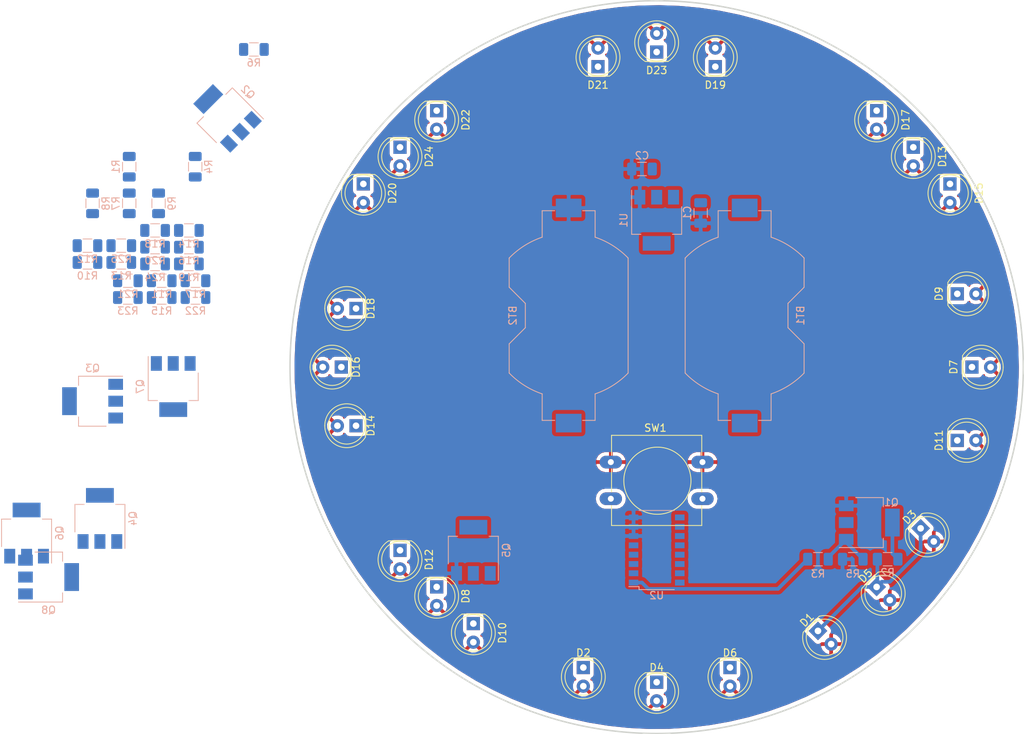
<source format=kicad_pcb>
(kicad_pcb (version 20171130) (host pcbnew "(5.0.2)-1")
  (layers (0 F.Cu signal) (31 B.Cu signal) (34 B.Paste user) (35 F.Paste user) (36 B.SilkS user) (37 F.SilkS user) (38 B.Mask user) (39 F.Mask user) (44 Edge.Cuts user))
  (net 0 "")
  (net 1 "Net-(D14-Pad1)")
  (net 2 GND)
  (net 3 "Net-(D1-Pad1)")
  (net 4 "Net-(D2-Pad1)")
  (net 5 "Net-(D13-Pad1)")
  (net 6 "Net-(D11-Pad1)")
  (net 7 "Net-(D10-Pad1)")
  (net 8 VCC)
  (net 9 "Net-(D20-Pad1)")
  (net 10 "Net-(D19-Pad1)")
  (net 11 "Net-(BT1-Pad1)")
  (net 12 "Net-(BT1-Pad2)")
  (net 13 "Net-(Q4-Pad2)")
  (net 14 "Net-(Q3-Pad2)")
  (net 15 "Net-(Q1-Pad2)")
  (net 16 "Net-(Q2-Pad2)")
  (net 17 "Net-(Q8-Pad2)")
  (net 18 "Net-(Q6-Pad2)")
  (net 19 "Net-(Q7-Pad2)")
  (net 20 "Net-(Q5-Pad2)")
  (net 21 "Net-(Q4-Pad1)")
  (net 22 "Net-(Q3-Pad1)")
  (net 23 "Net-(Q2-Pad1)")
  (net 24 "Net-(Q1-Pad1)")
  (net 25 "Net-(Q8-Pad1)")
  (net 26 "Net-(Q6-Pad1)")
  (net 27 "Net-(Q7-Pad1)")
  (net 28 "Net-(Q5-Pad1)")
  (net 29 "Net-(R14-Pad2)")
  (net 30 "Net-(R1-Pad1)")
  (net 31 "Net-(R3-Pad2)")
  (net 32 "Net-(R4-Pad2)")
  (net 33 "Net-(R8-Pad2)")
  (net 34 "Net-(R9-Pad2)")
  (net 35 "Net-(R15-Pad2)")
  (net 36 "Net-(R20-Pad2)")
  (net 37 "Net-(R21-Pad2)")
  (net 38 "Net-(U2-Pad3)")
  (net 39 "Net-(U2-Pad9)")
  (net 40 "Net-(U2-Pad10)")
  (net 41 "Net-(U2-Pad11)")
  (module Battery:BatteryHolder_Keystone_1058_1x2032 (layer B.Cu) (at 152 93 270)
    (fp_text reference BT1 (at 0 -7.62 270) (layer B.SilkS) (effects (justify mirror)))
    (fp_text value Battery_Cell)
    (pad 2 smd rect (at 14.68 0 270) (size 2.54 3.51) (layers B.Cu B.Paste B.Mask) (net 12 "Net-(BT1-Pad2)"))
    (pad 1 smd rect (at -14.68 0 270) (size 2.54 3.51) (layers B.Cu B.Paste B.Mask) (net 11 "Net-(BT1-Pad1)"))
  )
  (module Battery:BatteryHolder_Keystone_1058_1x2032 (layer B.Cu) (at 128 93 90)
    (fp_text reference BT2 (at 0 -7.62 90) (layer B.SilkS) (effects (justify mirror)))
    (fp_text value Battery_Cell)
    (pad 1 smd rect (at -14.68 0 90) (size 2.54 3.51) (layers B.Cu B.Paste B.Mask) (net 12 "Net-(BT1-Pad2)"))
    (pad 2 smd rect (at 14.68 0 90) (size 2.54 3.51) (layers B.Cu B.Paste B.Mask) (net 2 GND))
  )
  (module Capacitor_SMD:C_1206_3216Metric (layer B.Cu) (at 146 79 270)
    (fp_text reference C1 (at 0 1.82 270) (layer B.SilkS) (effects (justify mirror)))
    (fp_text value 10u)
    (pad 2 smd roundrect (at 1.4 0 270) (size 1.25 1.75) (layers B.Cu B.Paste B.Mask) (roundrect_rratio 0.2) (net 2 GND))
    (pad 1 smd roundrect (at -1.4 0 270) (size 1.25 1.75) (layers B.Cu B.Paste B.Mask) (roundrect_rratio 0.2) (net 11 "Net-(BT1-Pad1)"))
  )
  (module Capacitor_SMD:C_1206_3216Metric (layer B.Cu) (at 138 73 180)
    (fp_text reference C2 (at 0 1.82 180) (layer B.SilkS) (effects (justify mirror)))
    (fp_text value 10u)
    (pad 1 smd roundrect (at -1.4 0 180) (size 1.25 1.75) (layers B.Cu B.Paste B.Mask) (roundrect_rratio 0.2) (net 8 VCC))
    (pad 2 smd roundrect (at 1.4 0 180) (size 1.25 1.75) (layers B.Cu B.Paste B.Mask) (roundrect_rratio 0.2) (net 2 GND))
  )
  (module Package_SO:SOP-16_4.4x10.4mm_P1.27mm (layer B.Cu) (at 140 125)
    (fp_text reference U2 (at 0 6.2) (layer B.SilkS) (effects (justify mirror)))
    (fp_text value 74HC4051)
    (pad 1 smd rect (at -3.15 4.45) (size 1.3 0.8) (layers B.Cu B.Paste B.Mask) (net 31 "Net-(R3-Pad2)"))
    (pad 2 smd rect (at -3.15 3.17) (size 1.3 0.8) (layers B.Cu B.Paste B.Mask) (net 32 "Net-(R4-Pad2)"))
    (pad 3 smd rect (at -3.15 1.91) (size 1.3 0.8) (layers B.Cu B.Paste B.Mask) (net 38 "Net-(U2-Pad3)"))
    (pad 4 smd rect (at -3.15 0.64) (size 1.3 0.8) (layers B.Cu B.Paste B.Mask) (net 34 "Net-(R9-Pad2)"))
    (pad 5 smd rect (at -3.15 -0.64) (size 1.3 0.8) (layers B.Cu B.Paste B.Mask) (net 33 "Net-(R8-Pad2)"))
    (pad 6 smd rect (at -3.15 -1.91) (size 1.3 0.8) (layers B.Cu B.Paste B.Mask) (net 2 GND))
    (pad 7 smd rect (at -3.15 -3.17) (size 1.3 0.8) (layers B.Cu B.Paste B.Mask) (net 2 GND))
    (pad 8 smd rect (at -3.15 -4.45) (size 1.3 0.8) (layers B.Cu B.Paste B.Mask) (net 2 GND))
    (pad 9 smd rect (at 3.15 -4.45) (size 1.3 0.8) (layers B.Cu B.Paste B.Mask) (net 39 "Net-(U2-Pad9)"))
    (pad 10 smd rect (at 3.15 -3.17) (size 1.3 0.8) (layers B.Cu B.Paste B.Mask) (net 40 "Net-(U2-Pad10)"))
    (pad 11 smd rect (at 3.15 -1.91) (size 1.3 0.8) (layers B.Cu B.Paste B.Mask) (net 41 "Net-(U2-Pad11)"))
    (pad 12 smd rect (at 3.15 -0.64) (size 1.3 0.8) (layers B.Cu B.Paste B.Mask) (net 37 "Net-(R21-Pad2)"))
    (pad 13 smd rect (at 3.15 0.64) (size 1.3 0.8) (layers B.Cu B.Paste B.Mask) (net 29 "Net-(R14-Pad2)"))
    (pad 14 smd rect (at 3.15 1.91) (size 1.3 0.8) (layers B.Cu B.Paste B.Mask) (net 36 "Net-(R20-Pad2)"))
    (pad 15 smd rect (at 3.15 3.17) (size 1.3 0.8) (layers B.Cu B.Paste B.Mask) (net 35 "Net-(R15-Pad2)"))
    (pad 16 smd rect (at 3.15 4.45) (size 1.3 0.8) (layers B.Cu B.Paste B.Mask) (net 8 VCC))
  )
  (module Package_TO_SOT_SMD:SOT-223-3_TabPin2 (layer B.Cu) (at 140 80 270)
    (fp_text reference U1 (at 0 4.5 270) (layer B.SilkS) (effects (justify mirror)))
    (fp_text value NCP1117-3.3_SOT223)
    (pad 2 smd rect (at 3.15 0 270) (size 2 3.8) (layers B.Cu B.Paste B.Mask) (net 8 VCC))
    (pad 2 smd rect (at -3.15 0 270) (size 2 1.5) (layers B.Cu B.Paste B.Mask) (net 8 VCC))
    (pad 3 smd rect (at -3.15 -2.3 270) (size 2 1.5) (layers B.Cu B.Paste B.Mask) (net 11 "Net-(BT1-Pad1)"))
    (pad 1 smd rect (at -3.15 2.3 270) (size 2 1.5) (layers B.Cu B.Paste B.Mask) (net 2 GND))
  )
  (module Package_TO_SOT_SMD:SOT-223-3_TabPin2 (layer B.Cu) (at 81.072351 65.687342 135)
    (fp_text reference Q2 (at 0 4.500001 135) (layer B.SilkS) (effects (justify mirror)))
    (fp_text value NCV8402)
    (pad 1 smd rect (at -3.15 2.3 135) (size 2 1.5) (layers B.Cu B.Paste B.Mask) (net 23 "Net-(Q2-Pad1)"))
    (pad 3 smd rect (at -3.15 -2.3 135) (size 2 1.5) (layers B.Cu B.Paste B.Mask) (net 2 GND))
    (pad 2 smd rect (at -3.149999 0 135) (size 2 1.5) (layers B.Cu B.Paste B.Mask) (net 16 "Net-(Q2-Pad2)"))
    (pad 2 smd rect (at 3.149999 0 135) (size 2 3.8) (layers B.Cu B.Paste B.Mask) (net 16 "Net-(Q2-Pad2)"))
  )
  (module Package_TO_SOT_SMD:SOT-223-3_TabPin2 (layer B.Cu) (at 63.072351 104.687342 180)
    (fp_text reference Q3 (at 0 4.5 180) (layer B.SilkS) (effects (justify mirror)))
    (fp_text value NCV8402)
    (pad 2 smd rect (at 3.15 0 180) (size 2 3.8) (layers B.Cu B.Paste B.Mask) (net 14 "Net-(Q3-Pad2)"))
    (pad 2 smd rect (at -3.15 0 180) (size 2 1.5) (layers B.Cu B.Paste B.Mask) (net 14 "Net-(Q3-Pad2)"))
    (pad 3 smd rect (at -3.15 -2.3 180) (size 2 1.5) (layers B.Cu B.Paste B.Mask) (net 2 GND))
    (pad 1 smd rect (at -3.15 2.3 180) (size 2 1.5) (layers B.Cu B.Paste B.Mask) (net 22 "Net-(Q3-Pad1)"))
  )
  (module Package_TO_SOT_SMD:SOT-223-3_TabPin2 (layer B.Cu) (at 114.999404 125.038351 90)
    (fp_text reference Q5 (at 0 4.5 90) (layer B.SilkS) (effects (justify mirror)))
    (fp_text value NCV8402)
    (pad 1 smd rect (at -3.15 2.3 90) (size 2 1.5) (layers B.Cu B.Paste B.Mask) (net 28 "Net-(Q5-Pad1)"))
    (pad 3 smd rect (at -3.15 -2.3 90) (size 2 1.5) (layers B.Cu B.Paste B.Mask) (net 2 GND))
    (pad 2 smd rect (at -3.15 0 90) (size 2 1.5) (layers B.Cu B.Paste B.Mask) (net 20 "Net-(Q5-Pad2)"))
    (pad 2 smd rect (at 3.15 0 90) (size 2 3.8) (layers B.Cu B.Paste B.Mask) (net 20 "Net-(Q5-Pad2)"))
  )
  (module Package_TO_SOT_SMD:SOT-223-3_TabPin2 (layer B.Cu) (at 169 121.25)
    (fp_text reference Q1 (at 3 -2.75) (layer B.SilkS) (effects (justify mirror)))
    (fp_text value NCV8402)
    (pad 2 smd rect (at 3.15 0) (size 2 3.8) (layers B.Cu B.Paste B.Mask) (net 15 "Net-(Q1-Pad2)"))
    (pad 2 smd rect (at -3.15 0) (size 2 1.5) (layers B.Cu B.Paste B.Mask) (net 15 "Net-(Q1-Pad2)"))
    (pad 3 smd rect (at -3.15 -2.3) (size 2 1.5) (layers B.Cu B.Paste B.Mask) (net 2 GND))
    (pad 1 smd rect (at -3.15 2.3) (size 2 1.5) (layers B.Cu B.Paste B.Mask) (net 24 "Net-(Q1-Pad1)"))
  )
  (module Package_TO_SOT_SMD:SOT-223-3_TabPin2 (layer B.Cu) (at 57.072351 128.687342)
    (fp_text reference Q8 (at 0 4.5) (layer B.SilkS) (effects (justify mirror)))
    (fp_text value NCV8402)
    (pad 1 smd rect (at -3.15 2.3) (size 2 1.5) (layers B.Cu B.Paste B.Mask) (net 25 "Net-(Q8-Pad1)"))
    (pad 3 smd rect (at -3.15 -2.3) (size 2 1.5) (layers B.Cu B.Paste B.Mask) (net 2 GND))
    (pad 2 smd rect (at -3.15 0) (size 2 1.5) (layers B.Cu B.Paste B.Mask) (net 17 "Net-(Q8-Pad2)"))
    (pad 2 smd rect (at 3.15 0) (size 2 3.8) (layers B.Cu B.Paste B.Mask) (net 17 "Net-(Q8-Pad2)"))
  )
  (module Package_TO_SOT_SMD:SOT-223-3_TabPin2 (layer B.Cu) (at 54.072351 122.687342 90)
    (fp_text reference Q6 (at 0 4.5 90) (layer B.SilkS) (effects (justify mirror)))
    (fp_text value NCV8402)
    (pad 2 smd rect (at 3.15 0 90) (size 2 3.8) (layers B.Cu B.Paste B.Mask) (net 18 "Net-(Q6-Pad2)"))
    (pad 2 smd rect (at -3.15 0 90) (size 2 1.5) (layers B.Cu B.Paste B.Mask) (net 18 "Net-(Q6-Pad2)"))
    (pad 3 smd rect (at -3.15 -2.3 90) (size 2 1.5) (layers B.Cu B.Paste B.Mask) (net 2 GND))
    (pad 1 smd rect (at -3.15 2.3 90) (size 2 1.5) (layers B.Cu B.Paste B.Mask) (net 26 "Net-(Q6-Pad1)"))
  )
  (module Package_TO_SOT_SMD:SOT-223-3_TabPin2 (layer B.Cu) (at 64.072351 120.687342 90)
    (fp_text reference Q4 (at 0 4.5 90) (layer B.SilkS) (effects (justify mirror)))
    (fp_text value NCV8402)
    (pad 1 smd rect (at -3.15 2.3 90) (size 2 1.5) (layers B.Cu B.Paste B.Mask) (net 21 "Net-(Q4-Pad1)"))
    (pad 3 smd rect (at -3.15 -2.3 90) (size 2 1.5) (layers B.Cu B.Paste B.Mask) (net 2 GND))
    (pad 2 smd rect (at -3.15 0 90) (size 2 1.5) (layers B.Cu B.Paste B.Mask) (net 13 "Net-(Q4-Pad2)"))
    (pad 2 smd rect (at 3.15 0 90) (size 2 3.8) (layers B.Cu B.Paste B.Mask) (net 13 "Net-(Q4-Pad2)"))
  )
  (module Package_TO_SOT_SMD:SOT-223-3_TabPin2 (layer B.Cu) (at 74.072351 102.687342 270)
    (fp_text reference Q7 (at 0 4.5 270) (layer B.SilkS) (effects (justify mirror)))
    (fp_text value NCV8402)
    (pad 2 smd rect (at 3.15 0 270) (size 2 3.8) (layers B.Cu B.Paste B.Mask) (net 19 "Net-(Q7-Pad2)"))
    (pad 2 smd rect (at -3.15 0 270) (size 2 1.5) (layers B.Cu B.Paste B.Mask) (net 19 "Net-(Q7-Pad2)"))
    (pad 3 smd rect (at -3.15 -2.3 270) (size 2 1.5) (layers B.Cu B.Paste B.Mask) (net 2 GND))
    (pad 1 smd rect (at -3.15 2.3 270) (size 2 1.5) (layers B.Cu B.Paste B.Mask) (net 27 "Net-(Q7-Pad1)"))
  )
  (module Resistor_SMD:R_1206_3216Metric (layer B.Cu) (at 76.207352 81.382341)
    (fp_text reference R14 (at 0 1.82) (layer B.SilkS) (effects (justify mirror)))
    (fp_text value 1k)
    (pad 1 smd roundrect (at -1.4 0) (size 1.25 1.75) (layers B.Cu B.Paste B.Mask) (roundrect_rratio 0.2) (net 28 "Net-(Q5-Pad1)"))
    (pad 2 smd roundrect (at 1.4 0) (size 1.25 1.75) (layers B.Cu B.Paste B.Mask) (roundrect_rratio 0.2) (net 29 "Net-(R14-Pad2)"))
  )
  (module Resistor_SMD:R_1206_3216Metric (layer B.Cu) (at 76.207352 83.672341)
    (fp_text reference R16 (at 0 1.82) (layer B.SilkS) (effects (justify mirror)))
    (fp_text value 100k)
    (pad 2 smd roundrect (at 1.4 0) (size 1.25 1.75) (layers B.Cu B.Paste B.Mask) (roundrect_rratio 0.2) (net 2 GND))
    (pad 1 smd roundrect (at -1.4 0) (size 1.25 1.75) (layers B.Cu B.Paste B.Mask) (roundrect_rratio 0.2) (net 28 "Net-(Q5-Pad1)"))
  )
  (module Resistor_SMD:R_1206_3216Metric (layer B.Cu) (at 77.107352 88.252341)
    (fp_text reference R17 (at 0 1.82) (layer B.SilkS) (effects (justify mirror)))
    (fp_text value 100k)
    (pad 1 smd roundrect (at -1.4 0) (size 1.25 1.75) (layers B.Cu B.Paste B.Mask) (roundrect_rratio 0.2) (net 26 "Net-(Q6-Pad1)"))
    (pad 2 smd roundrect (at 1.4 0) (size 1.25 1.75) (layers B.Cu B.Paste B.Mask) (roundrect_rratio 0.2) (net 2 GND))
  )
  (module Resistor_SMD:R_1206_3216Metric (layer B.Cu) (at 71.597352 81.382341)
    (fp_text reference R18 (at 0 1.82) (layer B.SilkS) (effects (justify mirror)))
    (fp_text value R_Small)
    (pad 2 smd roundrect (at 1.4 0) (size 1.25 1.75) (layers B.Cu B.Paste B.Mask) (roundrect_rratio 0.2) (net 20 "Net-(Q5-Pad2)"))
    (pad 1 smd roundrect (at -1.4 0) (size 1.25 1.75) (layers B.Cu B.Paste B.Mask) (roundrect_rratio 0.2) (net 5 "Net-(D13-Pad1)"))
  )
  (module Resistor_SMD:R_1206_3216Metric (layer B.Cu) (at 76.207352 85.962341)
    (fp_text reference R19 (at 0 1.82) (layer B.SilkS) (effects (justify mirror)))
    (fp_text value R_Small)
    (pad 1 smd roundrect (at -1.4 0) (size 1.25 1.75) (layers B.Cu B.Paste B.Mask) (roundrect_rratio 0.2) (net 1 "Net-(D14-Pad1)"))
    (pad 2 smd roundrect (at 1.4 0) (size 1.25 1.75) (layers B.Cu B.Paste B.Mask) (roundrect_rratio 0.2) (net 18 "Net-(Q6-Pad2)"))
  )
  (module Resistor_SMD:R_1206_3216Metric (layer B.Cu) (at 71.597352 83.672341)
    (fp_text reference R20 (at 0 1.82) (layer B.SilkS) (effects (justify mirror)))
    (fp_text value 1k)
    (pad 2 smd roundrect (at 1.4 0) (size 1.25 1.75) (layers B.Cu B.Paste B.Mask) (roundrect_rratio 0.2) (net 36 "Net-(R20-Pad2)"))
    (pad 1 smd roundrect (at -1.4 0) (size 1.25 1.75) (layers B.Cu B.Paste B.Mask) (roundrect_rratio 0.2) (net 27 "Net-(Q7-Pad1)"))
  )
  (module Resistor_SMD:R_1206_3216Metric (layer B.Cu) (at 166.75 126.25 180)
    (fp_text reference R5 (at 0 -2 180) (layer B.SilkS) (effects (justify mirror)))
    (fp_text value 100k)
    (pad 1 smd roundrect (at -1.4 0 180) (size 1.25 1.75) (layers B.Cu B.Paste B.Mask) (roundrect_rratio 0.2) (net 24 "Net-(Q1-Pad1)"))
    (pad 2 smd roundrect (at 1.4 0 180) (size 1.25 1.75) (layers B.Cu B.Paste B.Mask) (roundrect_rratio 0.2) (net 2 GND))
  )
  (module Resistor_SMD:R_1206_3216Metric (layer B.Cu) (at 77.107352 90.542341)
    (fp_text reference R22 (at 0 1.82) (layer B.SilkS) (effects (justify mirror)))
    (fp_text value 100k)
    (pad 2 smd roundrect (at 1.4 0) (size 1.25 1.75) (layers B.Cu B.Paste B.Mask) (roundrect_rratio 0.2) (net 2 GND))
    (pad 1 smd roundrect (at -1.4 0) (size 1.25 1.75) (layers B.Cu B.Paste B.Mask) (roundrect_rratio 0.2) (net 27 "Net-(Q7-Pad1)"))
  )
  (module Resistor_SMD:R_1206_3216Metric (layer B.Cu) (at 67.887352 90.542341)
    (fp_text reference R23 (at 0 1.82) (layer B.SilkS) (effects (justify mirror)))
    (fp_text value 100k)
    (pad 1 smd roundrect (at -1.4 0) (size 1.25 1.75) (layers B.Cu B.Paste B.Mask) (roundrect_rratio 0.2) (net 25 "Net-(Q8-Pad1)"))
    (pad 2 smd roundrect (at 1.4 0) (size 1.25 1.75) (layers B.Cu B.Paste B.Mask) (roundrect_rratio 0.2) (net 2 GND))
  )
  (module Resistor_SMD:R_1206_3216Metric (layer B.Cu) (at 71.597352 85.962341)
    (fp_text reference R24 (at 0 1.82) (layer B.SilkS) (effects (justify mirror)))
    (fp_text value R_Small)
    (pad 2 smd roundrect (at 1.4 0) (size 1.25 1.75) (layers B.Cu B.Paste B.Mask) (roundrect_rratio 0.2) (net 19 "Net-(Q7-Pad2)"))
    (pad 1 smd roundrect (at -1.4 0) (size 1.25 1.75) (layers B.Cu B.Paste B.Mask) (roundrect_rratio 0.2) (net 10 "Net-(D19-Pad1)"))
  )
  (module Resistor_SMD:R_1206_3216Metric (layer B.Cu) (at 66.987352 83.462341)
    (fp_text reference R25 (at 0 1.82) (layer B.SilkS) (effects (justify mirror)))
    (fp_text value R_Small)
    (pad 1 smd roundrect (at -1.4 0) (size 1.25 1.75) (layers B.Cu B.Paste B.Mask) (roundrect_rratio 0.2) (net 9 "Net-(D20-Pad1)"))
    (pad 2 smd roundrect (at 1.4 0) (size 1.25 1.75) (layers B.Cu B.Paste B.Mask) (roundrect_rratio 0.2) (net 17 "Net-(Q8-Pad2)"))
  )
  (module Resistor_SMD:R_1206_3216Metric (layer B.Cu) (at 72.497352 90.542341)
    (fp_text reference R15 (at 0 1.82) (layer B.SilkS) (effects (justify mirror)))
    (fp_text value 1k)
    (pad 2 smd roundrect (at 1.4 0) (size 1.25 1.75) (layers B.Cu B.Paste B.Mask) (roundrect_rratio 0.2) (net 35 "Net-(R15-Pad2)"))
    (pad 1 smd roundrect (at -1.4 0) (size 1.25 1.75) (layers B.Cu B.Paste B.Mask) (roundrect_rratio 0.2) (net 26 "Net-(Q6-Pad1)"))
  )
  (module Resistor_SMD:R_1206_3216Metric (layer B.Cu) (at 67.887352 88.252341)
    (fp_text reference R21 (at 0 1.82) (layer B.SilkS) (effects (justify mirror)))
    (fp_text value 1k)
    (pad 1 smd roundrect (at -1.4 0) (size 1.25 1.75) (layers B.Cu B.Paste B.Mask) (roundrect_rratio 0.2) (net 25 "Net-(Q8-Pad1)"))
    (pad 2 smd roundrect (at 1.4 0) (size 1.25 1.75) (layers B.Cu B.Paste B.Mask) (roundrect_rratio 0.2) (net 37 "Net-(R21-Pad2)"))
  )
  (module Resistor_SMD:R_1206_3216Metric (layer B.Cu) (at 66.987352 85.752341)
    (fp_text reference R13 (at 0 1.82) (layer B.SilkS) (effects (justify mirror)))
    (fp_text value R_Small)
    (pad 2 smd roundrect (at 1.4 0) (size 1.25 1.75) (layers B.Cu B.Paste B.Mask) (roundrect_rratio 0.2) (net 13 "Net-(Q4-Pad2)"))
    (pad 1 smd roundrect (at -1.4 0) (size 1.25 1.75) (layers B.Cu B.Paste B.Mask) (roundrect_rratio 0.2) (net 7 "Net-(D10-Pad1)"))
  )
  (module Resistor_SMD:R_1206_3216Metric (layer B.Cu) (at 171.5 126.25)
    (fp_text reference R2 (at 0 1.82) (layer B.SilkS) (effects (justify mirror)))
    (fp_text value R_Small)
    (pad 1 smd roundrect (at -1.4 0) (size 1.25 1.75) (layers B.Cu B.Paste B.Mask) (roundrect_rratio 0.2) (net 3 "Net-(D1-Pad1)"))
    (pad 2 smd roundrect (at 1.4 0) (size 1.25 1.75) (layers B.Cu B.Paste B.Mask) (roundrect_rratio 0.2) (net 15 "Net-(Q1-Pad2)"))
  )
  (module Resistor_SMD:R_1206_3216Metric (layer B.Cu) (at 162 126.25 180)
    (fp_text reference R3 (at 0 -2 180) (layer B.SilkS) (effects (justify mirror)))
    (fp_text value 1k)
    (pad 2 smd roundrect (at 1.4 0 180) (size 1.25 1.75) (layers B.Cu B.Paste B.Mask) (roundrect_rratio 0.2) (net 31 "Net-(R3-Pad2)"))
    (pad 1 smd roundrect (at -1.4 0 180) (size 1.25 1.75) (layers B.Cu B.Paste B.Mask) (roundrect_rratio 0.2) (net 24 "Net-(Q1-Pad1)"))
  )
  (module Resistor_SMD:R_1206_3216Metric (layer B.Cu) (at 77.072351 72.687342 90)
    (fp_text reference R4 (at 0 1.82 90) (layer B.SilkS) (effects (justify mirror)))
    (fp_text value 1k)
    (pad 1 smd roundrect (at -1.4 0 90) (size 1.25 1.75) (layers B.Cu B.Paste B.Mask) (roundrect_rratio 0.2) (net 23 "Net-(Q2-Pad1)"))
    (pad 2 smd roundrect (at 1.4 0 90) (size 1.25 1.75) (layers B.Cu B.Paste B.Mask) (roundrect_rratio 0.2) (net 32 "Net-(R4-Pad2)"))
  )
  (module Resistor_SMD:R_1206_3216Metric (layer B.Cu) (at 62.377352 83.462341)
    (fp_text reference R12 (at 0 1.82) (layer B.SilkS) (effects (justify mirror)))
    (fp_text value R_Small)
    (pad 2 smd roundrect (at 1.4 0) (size 1.25 1.75) (layers B.Cu B.Paste B.Mask) (roundrect_rratio 0.2) (net 14 "Net-(Q3-Pad2)"))
    (pad 1 smd roundrect (at -1.4 0) (size 1.25 1.75) (layers B.Cu B.Paste B.Mask) (roundrect_rratio 0.2) (net 6 "Net-(D11-Pad1)"))
  )
  (module Resistor_SMD:R_1206_3216Metric (layer B.Cu) (at 85.072351 56.687342)
    (fp_text reference R6 (at 0 1.82) (layer B.SilkS) (effects (justify mirror)))
    (fp_text value 100k)
    (pad 1 smd roundrect (at -1.4 0) (size 1.25 1.75) (layers B.Cu B.Paste B.Mask) (roundrect_rratio 0.2) (net 23 "Net-(Q2-Pad1)"))
    (pad 2 smd roundrect (at 1.4 0) (size 1.25 1.75) (layers B.Cu B.Paste B.Mask) (roundrect_rratio 0.2) (net 2 GND))
  )
  (module Resistor_SMD:R_1206_3216Metric (layer B.Cu) (at 68.072351 77.687342 270)
    (fp_text reference R7 (at 0 1.82 270) (layer B.SilkS) (effects (justify mirror)))
    (fp_text value R_Small)
    (pad 2 smd roundrect (at 1.4 0 270) (size 1.25 1.75) (layers B.Cu B.Paste B.Mask) (roundrect_rratio 0.2) (net 16 "Net-(Q2-Pad2)"))
    (pad 1 smd roundrect (at -1.4 0 270) (size 1.25 1.75) (layers B.Cu B.Paste B.Mask) (roundrect_rratio 0.2) (net 4 "Net-(D2-Pad1)"))
  )
  (module Resistor_SMD:R_1206_3216Metric (layer B.Cu) (at 63.072351 77.687342 90)
    (fp_text reference R8 (at 0 1.82 90) (layer B.SilkS) (effects (justify mirror)))
    (fp_text value 1k)
    (pad 1 smd roundrect (at -1.4 0 90) (size 1.25 1.75) (layers B.Cu B.Paste B.Mask) (roundrect_rratio 0.2) (net 22 "Net-(Q3-Pad1)"))
    (pad 2 smd roundrect (at 1.4 0 90) (size 1.25 1.75) (layers B.Cu B.Paste B.Mask) (roundrect_rratio 0.2) (net 33 "Net-(R8-Pad2)"))
  )
  (module Resistor_SMD:R_1206_3216Metric (layer B.Cu) (at 72.072351 77.687342 90)
    (fp_text reference R9 (at 0 1.82 90) (layer B.SilkS) (effects (justify mirror)))
    (fp_text value 1k)
    (pad 2 smd roundrect (at 1.4 0 90) (size 1.25 1.75) (layers B.Cu B.Paste B.Mask) (roundrect_rratio 0.2) (net 34 "Net-(R9-Pad2)"))
    (pad 1 smd roundrect (at -1.4 0 90) (size 1.25 1.75) (layers B.Cu B.Paste B.Mask) (roundrect_rratio 0.2) (net 21 "Net-(Q4-Pad1)"))
  )
  (module Resistor_SMD:R_1206_3216Metric (layer B.Cu) (at 62.377352 85.752341)
    (fp_text reference R10 (at 0 1.82) (layer B.SilkS) (effects (justify mirror)))
    (fp_text value 100k)
    (pad 1 smd roundrect (at -1.4 0) (size 1.25 1.75) (layers B.Cu B.Paste B.Mask) (roundrect_rratio 0.2) (net 22 "Net-(Q3-Pad1)"))
    (pad 2 smd roundrect (at 1.4 0) (size 1.25 1.75) (layers B.Cu B.Paste B.Mask) (roundrect_rratio 0.2) (net 2 GND))
  )
  (module Resistor_SMD:R_1206_3216Metric (layer B.Cu) (at 72.497352 88.252341)
    (fp_text reference R11 (at 0 1.82) (layer B.SilkS) (effects (justify mirror)))
    (fp_text value 100k)
    (pad 2 smd roundrect (at 1.4 0) (size 1.25 1.75) (layers B.Cu B.Paste B.Mask) (roundrect_rratio 0.2) (net 2 GND))
    (pad 1 smd roundrect (at -1.4 0) (size 1.25 1.75) (layers B.Cu B.Paste B.Mask) (roundrect_rratio 0.2) (net 21 "Net-(Q4-Pad1)"))
  )
  (module Resistor_SMD:R_1206_3216Metric (layer B.Cu) (at 68.072351 72.687342 270)
    (fp_text reference R1 (at 0 1.82 270) (layer B.SilkS) (effects (justify mirror)))
    (fp_text value R_Small)
    (pad 1 smd roundrect (at -1.4 0 270) (size 1.25 1.75) (layers B.Cu B.Paste B.Mask) (roundrect_rratio 0.2) (net 30 "Net-(R1-Pad1)"))
    (pad 2 smd roundrect (at 1.4 0 270) (size 1.25 1.75) (layers B.Cu B.Paste B.Mask) (roundrect_rratio 0.2) (net 2 GND))
  )
  (module Button_Switch_THT:SW_PUSH-12mm (layer F.Cu) (at 133.749404 113)
    (fp_text reference SW1 (at 6.08 -4.66) (layer F.SilkS))
    (fp_text value SW_Push)
    (pad 1 thru_hole oval (at 12.5 0) (size 3.048 1.7272) (drill 0.8128) (layers *.Cu *.Mask) (net 8 VCC))
    (pad 2 thru_hole oval (at 12.5 5) (size 3.048 1.7272) (drill 0.8128) (layers *.Cu *.Mask) (net 30 "Net-(R1-Pad1)"))
    (pad 1 thru_hole oval (at 0 0) (size 3.048 1.7272) (drill 0.8128) (layers *.Cu *.Mask) (net 8 VCC))
    (pad 2 thru_hole oval (at 0 5) (size 3.048 1.7272) (drill 0.8128) (layers *.Cu *.Mask) (net 30 "Net-(R1-Pad1)"))
  )
  (module LED_THT:LED_D5.0mm_Clear (layer F.Cu) (at 114.999404 135.038351 270)
    (fp_text reference D10 (at 1.27 -3.96 270) (layer F.SilkS))
    (fp_text value LED)
    (pad 2 thru_hole circle (at 2.54 0 270) (size 1.8 1.8) (drill 0.9) (layers *.Cu *.Mask) (net 8 VCC))
    (pad 1 thru_hole rect (at 0 0 270) (size 1.8 1.8) (drill 0.9) (layers *.Cu *.Mask) (net 7 "Net-(D10-Pad1)"))
  )
  (module LED_THT:LED_D5.0mm_Clear (layer F.Cu) (at 180.999404 110.038351)
    (fp_text reference D11 (at -2.5 0 90) (layer F.SilkS))
    (fp_text value LED)
    (pad 1 thru_hole rect (at 0 0) (size 1.8 1.8) (drill 0.9) (layers *.Cu *.Mask) (net 6 "Net-(D11-Pad1)"))
    (pad 2 thru_hole circle (at 2.54 0) (size 1.8 1.8) (drill 0.9) (layers *.Cu *.Mask) (net 8 VCC))
  )
  (module LED_THT:LED_D5.0mm_Clear (layer F.Cu) (at 104.999404 125.038351 270)
    (fp_text reference D12 (at 1.27 -3.96 270) (layer F.SilkS))
    (fp_text value LED)
    (pad 2 thru_hole circle (at 2.54 0 270) (size 1.8 1.8) (drill 0.9) (layers *.Cu *.Mask) (net 8 VCC))
    (pad 1 thru_hole rect (at 0 0 270) (size 1.8 1.8) (drill 0.9) (layers *.Cu *.Mask) (net 7 "Net-(D10-Pad1)"))
  )
  (module LED_THT:LED_D5.0mm_Clear (layer F.Cu) (at 174.999404 70.038351 270)
    (fp_text reference D13 (at 1.27 -3.96 270) (layer F.SilkS))
    (fp_text value LED)
    (pad 1 thru_hole rect (at 0 0 270) (size 1.8 1.8) (drill 0.9) (layers *.Cu *.Mask) (net 5 "Net-(D13-Pad1)"))
    (pad 2 thru_hole circle (at 2.54 0 270) (size 1.8 1.8) (drill 0.9) (layers *.Cu *.Mask) (net 8 VCC))
  )
  (module LED_THT:LED_D5.0mm_Clear (layer F.Cu) (at 179.999404 75.038351 270)
    (fp_text reference D15 (at 1.27 -3.96 270) (layer F.SilkS))
    (fp_text value LED)
    (pad 2 thru_hole circle (at 2.54 0 270) (size 1.8 1.8) (drill 0.9) (layers *.Cu *.Mask) (net 8 VCC))
    (pad 1 thru_hole rect (at 0 0 270) (size 1.8 1.8) (drill 0.9) (layers *.Cu *.Mask) (net 5 "Net-(D13-Pad1)"))
  )
  (module LED_THT:LED_D5.0mm_Clear (layer F.Cu) (at 96.999404 100.038351 180)
    (fp_text reference D16 (at -2 0 270) (layer F.SilkS))
    (fp_text value LED)
    (pad 1 thru_hole rect (at 0 0 180) (size 1.8 1.8) (drill 0.9) (layers *.Cu *.Mask) (net 1 "Net-(D14-Pad1)"))
    (pad 2 thru_hole circle (at 2.54 0 180) (size 1.8 1.8) (drill 0.9) (layers *.Cu *.Mask) (net 8 VCC))
  )
  (module LED_THT:LED_D5.0mm_Clear (layer F.Cu) (at 169.999404 65.038351 270)
    (fp_text reference D17 (at 1.27 -3.96 270) (layer F.SilkS))
    (fp_text value LED)
    (pad 2 thru_hole circle (at 2.54 0 270) (size 1.8 1.8) (drill 0.9) (layers *.Cu *.Mask) (net 8 VCC))
    (pad 1 thru_hole rect (at 0 0 270) (size 1.8 1.8) (drill 0.9) (layers *.Cu *.Mask) (net 5 "Net-(D13-Pad1)"))
  )
  (module LED_THT:LED_D5.0mm_Clear (layer F.Cu) (at 98.999404 92.038351 180)
    (fp_text reference D18 (at -2 0 270) (layer F.SilkS))
    (fp_text value LED)
    (pad 1 thru_hole rect (at 0 0 180) (size 1.8 1.8) (drill 0.9) (layers *.Cu *.Mask) (net 1 "Net-(D14-Pad1)"))
    (pad 2 thru_hole circle (at 2.54 0 180) (size 1.8 1.8) (drill 0.9) (layers *.Cu *.Mask) (net 8 VCC))
  )
  (module LED_THT:LED_D5.0mm_Clear (layer F.Cu) (at 147.999404 59.038351 90)
    (fp_text reference D19 (at -2.5 0 180) (layer F.SilkS))
    (fp_text value LED)
    (pad 2 thru_hole circle (at 2.54 0 90) (size 1.8 1.8) (drill 0.9) (layers *.Cu *.Mask) (net 8 VCC))
    (pad 1 thru_hole rect (at 0 0 90) (size 1.8 1.8) (drill 0.9) (layers *.Cu *.Mask) (net 10 "Net-(D19-Pad1)"))
  )
  (module LED_THT:LED_D5.0mm_Clear (layer F.Cu) (at 131.999404 59.038351 90)
    (fp_text reference D21 (at -2.5 0 180) (layer F.SilkS))
    (fp_text value LED)
    (pad 1 thru_hole rect (at 0 0 90) (size 1.8 1.8) (drill 0.9) (layers *.Cu *.Mask) (net 10 "Net-(D19-Pad1)"))
    (pad 2 thru_hole circle (at 2.54 0 90) (size 1.8 1.8) (drill 0.9) (layers *.Cu *.Mask) (net 8 VCC))
  )
  (module LED_THT:LED_D5.0mm_Clear (layer F.Cu) (at 99.999404 75.038351 270)
    (fp_text reference D20 (at 1.27 -3.96 270) (layer F.SilkS))
    (fp_text value LED)
    (pad 2 thru_hole circle (at 2.54 0 270) (size 1.8 1.8) (drill 0.9) (layers *.Cu *.Mask) (net 8 VCC))
    (pad 1 thru_hole rect (at 0 0 270) (size 1.8 1.8) (drill 0.9) (layers *.Cu *.Mask) (net 9 "Net-(D20-Pad1)"))
  )
  (module LED_THT:LED_D5.0mm_Clear (layer F.Cu) (at 180.999404 90.038351)
    (fp_text reference D9 (at -2.5 0 90) (layer F.SilkS))
    (fp_text value LED)
    (pad 1 thru_hole rect (at 0 0) (size 1.8 1.8) (drill 0.9) (layers *.Cu *.Mask) (net 6 "Net-(D11-Pad1)"))
    (pad 2 thru_hole circle (at 2.54 0) (size 1.8 1.8) (drill 0.9) (layers *.Cu *.Mask) (net 8 VCC))
  )
  (module LED_THT:LED_D5.0mm_Clear (layer F.Cu) (at 98.999404 108.038351 180)
    (fp_text reference D14 (at -2 0 270) (layer F.SilkS))
    (fp_text value LED)
    (pad 2 thru_hole circle (at 2.54 0 180) (size 1.8 1.8) (drill 0.9) (layers *.Cu *.Mask) (net 8 VCC))
    (pad 1 thru_hole rect (at 0 0 180) (size 1.8 1.8) (drill 0.9) (layers *.Cu *.Mask) (net 1 "Net-(D14-Pad1)"))
  )
  (module LED_THT:LED_D5.0mm_Clear (layer F.Cu) (at 161.999404 136.038351 315)
    (fp_text reference D1 (at -2.12132 0 45) (layer F.SilkS))
    (fp_text value LED)
    (pad 1 thru_hole rect (at 0 0 315) (size 1.8 1.8) (drill 0.9) (layers *.Cu *.Mask) (net 3 "Net-(D1-Pad1)"))
    (pad 2 thru_hole circle (at 2.54 0 315) (size 1.8 1.8) (drill 0.9) (layers *.Cu *.Mask) (net 8 VCC))
  )
  (module LED_THT:LED_D5.0mm_Clear (layer F.Cu) (at 104.999404 70.038351 270)
    (fp_text reference D24 (at 1.27 -3.96 270) (layer F.SilkS))
    (fp_text value LED)
    (pad 2 thru_hole circle (at 2.54 0 270) (size 1.8 1.8) (drill 0.9) (layers *.Cu *.Mask) (net 8 VCC))
    (pad 1 thru_hole rect (at 0 0 270) (size 1.8 1.8) (drill 0.9) (layers *.Cu *.Mask) (net 9 "Net-(D20-Pad1)"))
  )
  (module LED_THT:LED_D5.0mm_Clear (layer F.Cu) (at 139.999404 57.038351 90)
    (fp_text reference D23 (at -2.5 0 180) (layer F.SilkS))
    (fp_text value LED)
    (pad 1 thru_hole rect (at 0 0 90) (size 1.8 1.8) (drill 0.9) (layers *.Cu *.Mask) (net 10 "Net-(D19-Pad1)"))
    (pad 2 thru_hole circle (at 2.54 0 90) (size 1.8 1.8) (drill 0.9) (layers *.Cu *.Mask) (net 8 VCC))
  )
  (module LED_THT:LED_D5.0mm_Clear (layer F.Cu) (at 109.999404 65.038351 270)
    (fp_text reference D22 (at 1.27 -3.96 270) (layer F.SilkS))
    (fp_text value LED)
    (pad 2 thru_hole circle (at 2.54 0 270) (size 1.8 1.8) (drill 0.9) (layers *.Cu *.Mask) (net 8 VCC))
    (pad 1 thru_hole rect (at 0 0 270) (size 1.8 1.8) (drill 0.9) (layers *.Cu *.Mask) (net 9 "Net-(D20-Pad1)"))
  )
  (module LED_THT:LED_D5.0mm_Clear (layer F.Cu) (at 129.999404 141.038351 270)
    (fp_text reference D2 (at -2 0) (layer F.SilkS))
    (fp_text value LED)
    (pad 1 thru_hole rect (at 0 0 270) (size 1.8 1.8) (drill 0.9) (layers *.Cu *.Mask) (net 4 "Net-(D2-Pad1)"))
    (pad 2 thru_hole circle (at 2.54 0 270) (size 1.8 1.8) (drill 0.9) (layers *.Cu *.Mask) (net 8 VCC))
  )
  (module LED_THT:LED_D5.0mm_Clear (layer F.Cu) (at 175.999404 122.038351 315)
    (fp_text reference D3 (at -2.12132 0 45) (layer F.SilkS))
    (fp_text value LED)
    (pad 2 thru_hole circle (at 2.54 0 315) (size 1.8 1.8) (drill 0.9) (layers *.Cu *.Mask) (net 8 VCC))
    (pad 1 thru_hole rect (at 0 0 315) (size 1.8 1.8) (drill 0.9) (layers *.Cu *.Mask) (net 3 "Net-(D1-Pad1)"))
  )
  (module LED_THT:LED_D5.0mm_Clear (layer F.Cu) (at 139.999404 143.038351 270)
    (fp_text reference D4 (at -2 0) (layer F.SilkS))
    (fp_text value LED)
    (pad 1 thru_hole rect (at 0 0 270) (size 1.8 1.8) (drill 0.9) (layers *.Cu *.Mask) (net 4 "Net-(D2-Pad1)"))
    (pad 2 thru_hole circle (at 2.54 0 270) (size 1.8 1.8) (drill 0.9) (layers *.Cu *.Mask) (net 8 VCC))
  )
  (module LED_THT:LED_D5.0mm_Clear (layer F.Cu) (at 169.999404 130.038351 315)
    (fp_text reference D5 (at -2.12132 0 45) (layer F.SilkS))
    (fp_text value LED)
    (pad 2 thru_hole circle (at 2.54 0 315) (size 1.8 1.8) (drill 0.9) (layers *.Cu *.Mask) (net 8 VCC))
    (pad 1 thru_hole rect (at 0 0 315) (size 1.8 1.8) (drill 0.9) (layers *.Cu *.Mask) (net 3 "Net-(D1-Pad1)"))
  )
  (module LED_THT:LED_D5.0mm_Clear (layer F.Cu) (at 149.999404 141.038351 270)
    (fp_text reference D6 (at -2 0) (layer F.SilkS))
    (fp_text value LED)
    (pad 1 thru_hole rect (at 0 0 270) (size 1.8 1.8) (drill 0.9) (layers *.Cu *.Mask) (net 4 "Net-(D2-Pad1)"))
    (pad 2 thru_hole circle (at 2.54 0 270) (size 1.8 1.8) (drill 0.9) (layers *.Cu *.Mask) (net 8 VCC))
  )
  (module LED_THT:LED_D5.0mm_Clear (layer F.Cu) (at 182.999404 100.038351)
    (fp_text reference D7 (at -2.5 0 90) (layer F.SilkS))
    (fp_text value LED)
    (pad 2 thru_hole circle (at 2.54 0) (size 1.8 1.8) (drill 0.9) (layers *.Cu *.Mask) (net 8 VCC))
    (pad 1 thru_hole rect (at 0 0) (size 1.8 1.8) (drill 0.9) (layers *.Cu *.Mask) (net 6 "Net-(D11-Pad1)"))
  )
  (module LED_THT:LED_D5.0mm_Clear (layer F.Cu) (at 109.999404 130.038351 270)
    (fp_text reference D8 (at 1.27 -3.96 270) (layer F.SilkS))
    (fp_text value LED)
    (pad 1 thru_hole rect (at 0 0 270) (size 1.8 1.8) (drill 0.9) (layers *.Cu *.Mask) (net 7 "Net-(D10-Pad1)"))
    (pad 2 thru_hole circle (at 2.54 0 270) (size 1.8 1.8) (drill 0.9) (layers *.Cu *.Mask) (net 8 VCC))
  )
  (gr_circle (center 139.999404 100.038351) (end 139.999404 50.038351) (layer Edge.Cuts) (width 0.2))
  (segment (start 170.1 129.937755) (end 169.999404 130.038351) (width 0.5) (layer B.Cu) (net 3))
  (segment (start 170.1 126.25) (end 170.1 129.937755) (width 0.5) (layer B.Cu) (net 3))
  (segment (start 167.999404 130.038351) (end 161.999404 136.038351) (width 0.5) (layer B.Cu) (net 3))
  (segment (start 169.999404 130.038351) (end 167.999404 130.038351) (width 0.5) (layer B.Cu) (net 3))
  (segment (start 175.999404 123.411143) (end 175.999404 122.038351) (width 0.5) (layer B.Cu) (net 3))
  (segment (start 175.999404 125.140562) (end 175.999404 123.411143) (width 0.5) (layer B.Cu) (net 3))
  (segment (start 171.808721 129.331245) (end 175.999404 125.140562) (width 0.5) (layer B.Cu) (net 3))
  (segment (start 170.70651 129.331245) (end 171.808721 129.331245) (width 0.5) (layer B.Cu) (net 3))
  (segment (start 169.999404 130.038351) (end 170.70651 129.331245) (width 0.5) (layer B.Cu) (net 3))
  (segment (start 172.15 125.5) (end 172.9 126.25) (width 0.5) (layer B.Cu) (net 15))
  (segment (start 172.15 121.25) (end 172.15 125.5) (width 0.5) (layer B.Cu) (net 15))
  (segment (start 163.4 126) (end 165.85 123.55) (width 0.5) (layer B.Cu) (net 24))
  (segment (start 163.4 126.25) (end 163.4 126) (width 0.5) (layer B.Cu) (net 24))
  (segment (start 165.85 123.95) (end 168.15 126.25) (width 0.5) (layer B.Cu) (net 24))
  (segment (start 165.85 123.55) (end 165.85 123.95) (width 0.5) (layer B.Cu) (net 24))
  (segment (start 159.90429 126.94571) (end 160.6 126.25) (width 0.5) (layer B.Cu) (net 31))
  (segment (start 156.549999 130.300001) (end 159.90429 126.94571) (width 0.5) (layer B.Cu) (net 31))
  (segment (start 138.850001 130.300001) (end 156.549999 130.300001) (width 0.5) (layer B.Cu) (net 31))
  (segment (start 138 129.45) (end 138.850001 130.300001) (width 0.5) (layer B.Cu) (net 31))
  (segment (start 136.85 129.45) (end 138 129.45) (width 0.5) (layer B.Cu) (net 31))
  (zone (net 2) (net_name GND) (layer B.Cu) (connect_pads (clearance 0.508)) (min_thickness 0.254) (fill yes (arc_segments 16) (thermal_gap 0.508) (thermal_bridge_width 0.508))
    (polygon (pts (xy 189.999404 50.038351) (xy 189.999404 150.038351) (xy 89.999404 150.038351) (xy 89.999404 50.038351)))
  )
  (zone (net 8) (net_name VCC) (layer F.Cu) (connect_pads (clearance 0.508)) (min_thickness 0.254) (fill yes (arc_segments 16) (thermal_gap 0.508) (thermal_bridge_width 0.508))
    (polygon (pts (xy 90 50) (xy 190 50) (xy 190 150) (xy 90 150)))
  )
)
</source>
